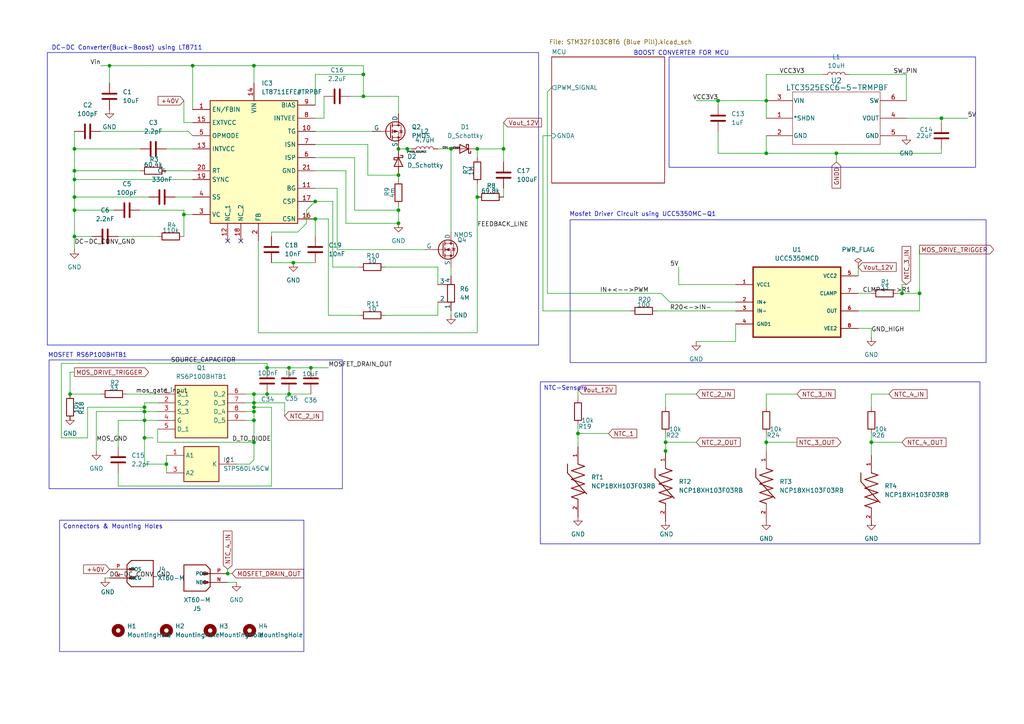
<source format=kicad_sch>
(kicad_sch (version 20231120) (generator "eeschema") (generator_version "8.0")
  (paper "A4")
  (title_block (title "High Power DC Load Control Unit") (date "2025-03-22") (rev "1"))
  (lib_symbols
    (symbol "2025-03-22_14-15-59:LTC3525ESC6-5-TRMPBF" (pin_names (offset 0.254))
      (property "Reference" "U2" (at 20.32 8.382 0))
      (property "Value" "LTC3525ESC6-5-TRMPBF" (at 20.574 6.35 0))
      (symbol "LTC3525ESC6-5-TRMPBF_0_1"
        (pin input line (at 0 -2.54 0) (length 7.62) (name "*SHDN") (number "1"))
        (pin power_in line (at 0 -7.62 0) (length 7.62) (name "GND") (number "2"))
        (pin input line (at 0 2.54 0) (length 7.62) (name "VIN") (number "3"))
        (pin output line (at 40.64 -2.54 180) (length 7.62) (name "VOUT") (number "4"))
        (pin power_in line (at 40.64 -7.62 180) (length 7.62) (name "GND") (number "5"))
      )
      (symbol "LTC3525ESC6-5-TRMPBF_1_1"
        (pin output line (at 40.64 2.54 180) (length 7.62) (name "SW") (number "6"))
      )
    )
    (symbol "Device:C" (pin_numbers hide) (pin_names (offset 0.254))
      (property "Reference" "C" (at 0.635 2.54 0))
      (property "Value" "C" (at 0.635 -2.54 0))
      (symbol "C_1_1"
        (pin passive line (at 0 3.81 270) (length 2.794) (name "~") (number "1"))
        (pin passive line (at 0 -3.81 90) (length 2.794) (name "~") (number "2"))
      )
    )
    (symbol "Device:D_Schottky" (pin_numbers hide) (pin_names (offset 1.016) hide)
      (property "Reference" "D" (at 0 2.54 0))
      (property "Value" "D_Schottky" (at 0 -2.54 0))
      (symbol "D_Schottky_1_1"
        (pin passive line (at -3.81 0 0) (length 2.54) (name "K") (number "1"))
        (pin passive line (at 3.81 0 180) (length 2.54) (name "A") (number "2"))
      )
    )
    (symbol "Device:L" (pin_numbers hide) (pin_names (offset 1.016) hide)
      (property "Reference" "L" (at -1.27 0 90))
      (property "Value" "L" (at 1.905 0 90))
      (symbol "L_1_1"
        (pin passive line (at 0 3.81 270) (length 1.27) (name "1") (number "1"))
        (pin passive line (at 0 -3.81 90) (length 1.27) (name "2") (number "2"))
      )
    )
    (symbol "Device:R" (pin_numbers hide) (pin_names (offset 0))
      (property "Reference" "R" (at 2.032 0 90))
      (property "Value" "R" (at 0 0 90))
      (symbol "R_1_1"
        (pin passive line (at 0 3.81 270) (length 1.27) (name "~") (number "1"))
        (pin passive line (at 0 -3.81 90) (length 1.27) (name "~") (number "2"))
      )
    )
    (symbol "Device:R_Shunt" (pin_numbers hide) (pin_names (offset 0))
      (property "Reference" "R" (at -4.445 0 90))
      (property "Value" "R_Shunt" (at -2.54 0 90))
      (symbol "R_Shunt_1_1"
        (pin passive line (at 0 5.08 270) (length 2.54) (name "1") (number "1"))
        (pin passive line (at 3.81 2.54 180) (length 2.54) (name "2") (number "2"))
        (pin passive line (at 3.81 -2.54 180) (length 2.54) (name "3") (number "3"))
        (pin passive line (at 0 -5.08 90) (length 2.54) (name "4") (number "4"))
      )
    )
    (symbol "LT8711EFE#TRPBF:LT8711EFE#TRPBF"
      (property "Reference" "IC" (at 31.75 7.62 0))
      (property "Value" "LT8711EFE#TRPBF" (at 31.75 5.08 0))
      (symbol "LT8711EFE#TRPBF_1_1"
        (pin passive line (at 0 0 0) (length 5.08) (name "EN/FBIN") (number "1"))
        (pin passive line (at 35.56 -6.35 180) (length 5.08) (name "TG") (number "10"))
        (pin passive line (at 35.56 -22.86 180) (length 5.08) (name "BG") (number "11"))
        (pin passive line (at 10.16 -38.1 90) (length 5.08) (name "NC_1") (number "12"))
        (pin passive line (at 0 -11.43 0) (length 5.08) (name "INTVCC") (number "13"))
        (pin passive line (at 17.78 7.62 270) (length 5.08) (name "VIN") (number "14"))
        (pin passive line (at 0 -3.81 0) (length 5.08) (name "EXTVCC") (number "15"))
        (pin passive line (at 35.56 -31.75 180) (length 5.08) (name "CSN") (number "16"))
        (pin passive line (at 35.56 -26.67 180) (length 5.08) (name "CSP") (number "17"))
        (pin passive line (at 13.97 -38.1 90) (length 5.08) (name "NC_2") (number "18"))
        (pin passive line (at 0 -20.32 0) (length 5.08) (name "SYNC") (number "19"))
        (pin passive line (at 19.05 -38.1 90) (length 5.08) (name "FB") (number "2"))
        (pin passive line (at 0 -17.78 0) (length 5.08) (name "RT") (number "20"))
        (pin passive line (at 35.56 -17.78 180) (length 5.08) (name "GND") (number "21"))
        (pin passive line (at 0 -30.48 0) (length 5.08) (name "VC") (number "3"))
        (pin passive line (at 0 -25.4 0) (length 5.08) (name "SS") (number "4"))
        (pin passive line (at 0 -7.62 0) (length 5.08) (name "OPMODE") (number "5"))
        (pin passive line (at 35.56 -13.97 180) (length 5.08) (name "ISP") (number "6"))
        (pin passive line (at 35.56 -10.16 180) (length 5.08) (name "ISN") (number "7"))
        (pin passive line (at 35.56 -2.54 180) (length 5.08) (name "INTVEE") (number "8"))
        (pin passive line (at 35.56 1.27 180) (length 5.08) (name "BIAS") (number "9"))
      )
    )
    (symbol "Mechanical:MountingHole" (pin_names (offset 1.016)) (exclude_from_sim yes) (in_bom no)
      (property "Reference" "H" (at 0 5.08 0))
      (property "Value" "MountingHole" (at 0 3.175 0))
    )
    (symbol "NCP18XH103F03RB:NCP18XH103F03RB" (pin_names (offset 1.016))
      (property "Reference" "RT" (at -7.6244 3.5575 0))
      (property "Value" "NCP18XH103F03RB" (at -7.63 -6.1026 0))
      (symbol "NCP18XH103F03RB_0_0"
        (pin passive line (at -10.16 0 0) (length 5.08) (name "~") (number "1"))
        (pin passive line (at 10.16 0 180) (length 5.08) (name "~") (number "2"))
      )
    )
    (symbol "RS6P100BHTB1:RS6P100BHTB1"
      (property "Reference" "Q" (at 21.59 7.62 0))
      (property "Value" "RS6P100BHTB1" (at 21.59 5.08 0))
      (symbol "RS6P100BHTB1_1_1"
        (pin passive line (at 0 0 0) (length 5.08) (name "S_1") (number "1"))
        (pin passive line (at 0 -2.54 0) (length 5.08) (name "S_2") (number "2"))
        (pin passive line (at 0 -5.08 0) (length 5.08) (name "S_3") (number "3"))
        (pin passive line (at 0 -7.62 0) (length 5.08) (name "G") (number "4"))
        (pin passive line (at 0 -10.16 0) (length 5.08) (name "D_1") (number "5"))
        (pin passive line (at 25.4 0 180) (length 5.08) (name "D_2") (number "6"))
        (pin passive line (at 25.4 -2.54 180) (length 5.08) (name "D_3") (number "7"))
        (pin passive line (at 25.4 -5.08 180) (length 5.08) (name "D_4") (number "8"))
        (pin passive line (at 25.4 -7.62 180) (length 5.08) (name "D_5") (number "9"))
      )
    )
    (symbol "STPS60L45CW:STPS60L45CW"
      (property "Reference" "IC1" (at 16.51 -1.2699 0))
      (property "Value" "STPS60L45CW" (at 16.51 -3.8099 0))
      (symbol "STPS60L45CW_1_1"
        (pin passive line (at 0 0 0) (length 5.08) (name "A1") (number "1"))
        (pin passive line (at 20.32 -2.54 180) (length 5.08) (name "K") (number "2"))
        (pin passive line (at 0 -5.08 0) (length 5.08) (name "A2") (number "3"))
      )
    )
    (symbol "Simulation_SPICE:NMOS" (pin_numbers hide) (pin_names (offset 0))
      (property "Reference" "Q" (at 5.08 1.27 0))
      (property "Value" "NMOS" (at 5.08 -1.27 0))
      (symbol "NMOS_1_1"
        (pin passive line (at 2.54 5.08 270) (length 2.54) (name "D") (number "1"))
        (pin input line (at -5.08 0 0) (length 2.54) (name "G") (number "2"))
        (pin passive line (at 2.54 -5.08 90) (length 2.54) (name "S") (number "3"))
      )
    )
    (symbol "Simulation_SPICE:PMOS" (pin_numbers hide) (pin_names (offset 0))
      (property "Reference" "Q" (at 5.08 1.27 0))
      (property "Value" "PMOS" (at 5.08 -1.27 0))
      (symbol "PMOS_1_1"
        (pin passive line (at 2.54 5.08 270) (length 2.54) (name "D") (number "1"))
        (pin input line (at -5.08 0 0) (length 2.54) (name "G") (number "2"))
        (pin passive line (at 2.54 -5.08 90) (length 2.54) (name "S") (number "3"))
      )
    )
    (symbol "UCC5350MCD:UCC5350MCD" (pin_names (offset 1.016))
      (property "Reference" "U1" (at 0 15.24 0))
      (property "Value" "UCC5350MCD" (at 0 12.7 0))
      (symbol "UCC5350MCD_0_0"
        (pin input line (at -17.78 5.08 0) (length 5.08) (name "VCC1") (number "1"))
        (pin input line (at -17.78 0 0) (length 5.08) (name "IN+") (number "2"))
        (pin input line (at -17.78 -2.54 0) (length 5.08) (name "IN-") (number "3"))
        (pin input line (at -17.78 -6.35 0) (length 5.08) (name "GND1") (number "4"))
        (pin power_in line (at 17.78 7.62 180) (length 5.08) (name "VCC2") (number "5"))
        (pin output line (at 17.78 -2.54 180) (length 5.08) (name "OUT") (number "6"))
        (pin output line (at 17.78 2.54 180) (length 5.08) (name "CLAMP") (number "7"))
      )
      (symbol "UCC5350MCD_1_0"
        (pin passive line (at 17.78 -7.62 180) (length 5.08) (name "VEE2") (number "8"))
      )
    )
    (symbol "XT60-M:XT60-M" (pin_names (offset 1.016))
      (property "Reference" "J" (at 0 6.35 0))
      (property "Value" "XT60-M" (at 0 -5.08 0))
      (symbol "XT60-M_0_0"
        (pin passive line (at -5.08 0 0) (length 5.08) (name "NEG") (number "N"))
        (pin passive line (at -5.08 2.54 0) (length 5.08) (name "POS") (number "P"))
      )
    )
    (symbol "power:GND" (power) (pin_numbers hide) (pin_names (offset 0) hide)
      (property "Value" "GND" (at 0 -3.81 0))
      (symbol "GND_1_1"
        (pin power_in line (at 0 0 270) (length 0) (name "~") (number "1"))
      )
    )
    (symbol "power:PWR_FLAG" (power) (pin_numbers hide) (pin_names (offset 0) hide)
      (property "Value" "PWR_FLAG" (at 0 3.81 0))
      (symbol "PWR_FLAG_0_0"
        (pin power_out line (at 0 0 90) (length 0) (name "~") (number "1"))
      )
    )
  )
  (junction (at 138.43 43.18))
  (junction (at 83.82 114.3))
  (junction (at 130.81 43.18))
  (junction (at 115.57 64.77))
  (junction (at 20.32 114.3))
  (junction (at 115.57 43.18))
  (junction (at 21.59 52.07))
  (junction (at 138.43 57.15))
  (junction (at 222.25 128.27))
  (junction (at 55.88 19.05))
  (junction (at 73.66 119.38))
  (junction (at 252.73 128.27))
  (junction (at 273.05 34.29))
  (junction (at 222.25 29.21))
  (junction (at 91.44 63.5))
  (junction (at 118.11 43.18))
  (junction (at 83.82 106.68))
  (junction (at 115.57 60.96))
  (junction (at 21.59 68.58))
  (junction (at 21.59 49.53))
  (junction (at 21.59 43.18))
  (junction (at 73.66 128.27))
  (junction (at 105.41 21.59))
  (junction (at 242.57 44.45))
  (junction (at 41.91 121.92))
  (junction (at 73.66 19.05))
  (junction (at 77.47 114.3))
  (junction (at 266.7 85.09))
  (junction (at 77.47 106.68))
  (junction (at 48.26 134.62))
  (junction (at 208.28 29.21))
  (junction (at 261.62 85.09))
  (junction (at 21.59 57.15))
  (junction (at 105.41 27.94))
  (junction (at 193.04 130.81))
  (junction (at 31.75 19.05))
  (junction (at 222.25 44.45))
  (junction (at 85.09 76.2))
  (junction (at 91.44 58.42))
  (junction (at 73.66 118.11))
  (junction (at 193.04 128.27))
  (junction (at 41.91 118.11))
  (junction (at 66.04 166.37))
  (junction (at 53.34 62.23))
  (junction (at 90.17 106.68))
  (junction (at 167.64 125.73))
  (junction (at 146.05 43.18))
  (junction (at 41.91 127))
  (junction (at 21.59 60.96))
  (junction (at 73.66 121.92))
  (junction (at 73.66 116.84))
  (junction (at 115.57 50.8))
  (junction (at 41.91 119.38))
  (junction (at 73.66 114.3))
  (no_connect (at 69.85 69.85))
  (no_connect (at 66.04 69.85))
  (wire (pts (xy 21.59 60.96) (xy 21.59 68.58)))
  (wire (pts (xy 266.7 72.39) (xy 266.7 85.09)))
  (wire (pts (xy 222.25 21.59) (xy 222.25 29.21)))
  (wire (pts (xy 83.82 106.68) (xy 90.17 106.68)))
  (wire (pts (xy 48.26 49.53) (xy 55.88 49.53)))
  (wire (pts (xy 252.73 128.27) (xy 261.62 128.27)))
  (wire (pts (xy 73.66 118.11) (xy 78.74 118.11)))
  (wire (pts (xy 208.28 29.21) (xy 222.25 29.21)))
  (wire (pts (xy 91.44 41.91) (xy 106.68 41.91)))
  (wire (pts (xy 106.68 41.91) (xy 106.68 50.8)))
  (wire (pts (xy 130.81 80.01) (xy 130.81 77.47)))
  (wire (pts (xy 248.92 77.47) (xy 248.92 80.01)))
  (wire (pts (xy 91.44 49.53) (xy 100.33 49.53)))
  (wire (pts (xy 91.44 54.61) (xy 97.79 54.61)))
  (wire (pts (xy 31.75 19.05) (xy 31.75 24.13)))
  (wire (pts (xy 101.6 27.94) (xy 105.41 27.94)))
  (wire (pts (xy 21.59 68.58) (xy 26.67 68.58)))
  (wire (pts (xy 222.25 114.3) (xy 222.25 118.11)))
  (wire (pts (xy 21.59 68.58) (xy 21.59 72.39)))
  (wire (pts (xy 55.88 19.05) (xy 73.66 19.05)))
  (wire (pts (xy 102.87 45.72) (xy 102.87 60.96)))
  (wire (pts (xy 222.25 44.45) (xy 222.25 39.37)))
  (wire (pts (xy 242.57 44.45) (xy 273.05 44.45)))
  (wire (pts (xy 41.91 127) (xy 41.91 121.92)))
  (wire (pts (xy 91.44 63.5) (xy 95.25 63.5)))
  (wire (pts (xy 73.66 19.05) (xy 73.66 24.13)))
  (wire (pts (xy 31.75 19.05) (xy 55.88 19.05)))
  (wire (pts (xy 77.47 105.41) (xy 77.47 106.68)))
  (wire (pts (xy 193.04 125.73) (xy 193.04 128.27)))
  (wire (pts (xy 252.73 151.13) (xy 252.73 152.4)))
  (wire (pts (xy 191.77 85.09) (xy 194.31 87.63)))
  (wire (pts (xy 111.76 91.44) (xy 127 91.44)))
  (wire (pts (xy 21.59 43.18) (xy 40.64 43.18)))
  (wire (pts (xy 222.25 29.21) (xy 222.25 34.29)))
  (wire (pts (xy 53.34 60.96) (xy 53.34 62.23)))
  (wire (pts (xy 21.59 49.53) (xy 21.59 52.07)))
  (wire (pts (xy 29.21 19.05) (xy 31.75 19.05)))
  (wire (pts (xy 91.44 63.5) (xy 91.44 68.58)))
  (wire (pts (xy 119.38 43.18) (xy 118.11 43.18)))
  (wire (pts (xy 130.81 90.17) (xy 130.81 91.44)))
  (wire (pts (xy 167.64 113.03) (xy 167.64 115.57)))
  (wire (pts (xy 86.36 67.31) (xy 88.9 64.77)))
  (wire (pts (xy 41.91 121.92) (xy 45.72 121.92)))
  (wire (pts (xy 252.73 114.3) (xy 252.73 118.11)))
  (wire (pts (xy 66.04 165.1) (xy 66.04 166.37)))
  (wire (pts (xy 105.41 21.59) (xy 105.41 27.94)))
  (wire (pts (xy 102.87 60.96) (xy 115.57 60.96)))
  (wire (pts (xy 78.74 76.2) (xy 85.09 76.2)))
  (wire (pts (xy 201.93 114.3) (xy 193.04 114.3)))
  (wire (pts (xy 78.74 118.11) (xy 78.74 140.97)))
  (wire (pts (xy 213.36 99.06) (xy 201.93 99.06)))
  (wire (pts (xy 45.72 128.27) (xy 73.66 128.27)))
  (wire (pts (xy 158.75 26.67) (xy 158.75 85.09)))
  (wire (pts (xy 118.11 43.18) (xy 115.57 43.18)))
  (wire (pts (xy 261.62 82.55) (xy 261.62 85.09)))
  (wire (pts (xy 41.91 121.92) (xy 41.91 119.38)))
  (wire (pts (xy 262.89 34.29) (xy 273.05 34.29)))
  (wire (pts (xy 115.57 27.94) (xy 115.57 33.02)))
  (wire (pts (xy 193.04 128.27) (xy 201.93 128.27)))
  (wire (pts (xy 106.68 50.8) (xy 115.57 50.8)))
  (wire (pts (xy 127 43.18) (xy 130.81 43.18)))
  (wire (pts (xy 53.34 62.23) (xy 55.88 62.23)))
  (wire (pts (xy 41.91 119.38) (xy 41.91 118.11)))
  (wire (pts (xy 222.25 125.73) (xy 222.25 128.27)))
  (wire (pts (xy 91.44 34.29) (xy 93.98 34.29)))
  (wire (pts (xy 208.28 29.21) (xy 201.93 29.21)))
  (wire (pts (xy 146.05 54.61) (xy 146.05 57.15)))
  (wire (pts (xy 44.45 127) (xy 41.91 127)))
  (wire (pts (xy 138.43 53.34) (xy 138.43 57.15)))
  (wire (pts (xy 53.34 35.56) (xy 55.88 35.56)))
  (wire (pts (xy 190.5 90.17) (xy 213.36 90.17)))
  (wire (pts (xy 91.44 21.59) (xy 105.41 21.59)))
  (wire (pts (xy 91.44 38.1) (xy 107.95 38.1)))
  (wire (pts (xy 21.59 49.53) (xy 40.64 49.53)))
  (wire (pts (xy 41.91 119.38) (xy 45.72 119.38)))
  (wire (pts (xy 27.94 119.38) (xy 41.91 119.38)))
  (wire (pts (xy 193.04 130.81) (xy 193.04 134.62)))
  (wire (pts (xy 262.89 21.59) (xy 262.89 29.21)))
  (wire (pts (xy 73.66 114.3) (xy 77.47 114.3)))
  (wire (pts (xy 111.76 77.47) (xy 127 77.47)))
  (wire (pts (xy 96.52 77.47) (xy 104.14 77.47)))
  (wire (pts (xy 261.62 85.09) (xy 266.7 85.09)))
  (wire (pts (xy 95.25 63.5) (xy 95.25 91.44)))
  (wire (pts (xy 34.29 68.58) (xy 45.72 68.58)))
  (wire (pts (xy 193.04 128.27) (xy 193.04 130.81)))
  (wire (pts (xy 21.59 57.15) (xy 43.18 57.15)))
  (wire (pts (xy 158.75 26.67) (xy 160.02 25.4)))
  (wire (pts (xy 208.28 38.1) (xy 208.28 44.45)))
  (wire (pts (xy 95.25 91.44) (xy 104.14 91.44)))
  (wire (pts (xy 257.81 114.3) (xy 252.73 114.3)))
  (wire (pts (xy 167.64 125.73) (xy 176.53 125.73)))
  (wire (pts (xy 208.28 29.21) (xy 208.28 30.48)))
  (wire (pts (xy 100.33 64.77) (xy 115.57 64.77)))
  (wire (pts (xy 127 87.63) (xy 127 91.44)))
  (wire (pts (xy 17.78 127) (xy 25.4 127)))
  (wire (pts (xy 21.59 60.96) (xy 33.02 60.96)))
  (wire (pts (xy 252.73 128.27) (xy 252.73 132.08)))
  (wire (pts (xy 77.47 114.3) (xy 83.82 114.3)))
  (wire (pts (xy 85.09 76.2) (xy 91.44 76.2)))
  (wire (pts (xy 146.05 43.18) (xy 146.05 46.99)))
  (wire (pts (xy 34.29 137.16) (xy 34.29 140.97)))
  (wire (pts (xy 25.4 118.11) (xy 25.4 127)))
  (wire (pts (xy 53.34 62.23) (xy 53.34 68.58)))
  (wire (pts (xy 48.26 134.62) (xy 48.26 137.16)))
  (wire (pts (xy 97.79 54.61) (xy 97.79 72.39)))
  (wire (pts (xy 73.66 128.27) (xy 73.66 121.92)))
  (wire (pts (xy 41.91 127) (xy 41.91 134.62)))
  (wire (pts (xy 83.82 114.3) (xy 90.17 114.3)))
  (wire (pts (xy 91.44 45.72) (xy 102.87 45.72)))
  (wire (pts (xy 71.12 116.84) (xy 73.66 116.84)))
  (wire (pts (xy 73.66 118.11) (xy 73.66 119.38)))
  (wire (pts (xy 82.55 116.84) (xy 73.66 116.84)))
  (wire (pts (xy 146.05 35.56) (xy 146.05 43.18)))
  (wire (pts (xy 21.59 38.1) (xy 21.59 43.18)))
  (wire (pts (xy 91.44 58.42) (xy 96.52 58.42)))
  (wire (pts (xy 242.57 46.99) (xy 242.57 44.45)))
  (wire (pts (xy 260.35 85.09) (xy 261.62 85.09)))
  (wire (pts (xy 248.92 85.09) (xy 252.73 85.09)))
  (wire (pts (xy 41.91 118.11) (xy 41.91 116.84)))
  (wire (pts (xy 158.75 85.09) (xy 191.77 85.09)))
  (wire (pts (xy 196.85 77.47) (xy 196.85 82.55)))
  (wire (pts (xy 36.83 114.3) (xy 45.72 114.3)))
  (wire (pts (xy 21.59 107.95) (xy 20.32 107.95)))
  (wire (pts (xy 115.57 52.07) (xy 115.57 50.8)))
  (wire (pts (xy 138.43 43.18) (xy 146.05 43.18)))
  (wire (pts (xy 68.58 134.62) (xy 72.39 134.62)))
  (wire (pts (xy 67.31 166.37) (xy 66.04 166.37)))
  (wire (pts (xy 21.59 52.07) (xy 21.59 57.15)))
  (wire (pts (xy 252.73 95.25) (xy 252.73 97.79)))
  (wire (pts (xy 45.72 124.46) (xy 45.72 128.27)))
  (wire (pts (xy 193.04 114.3) (xy 193.04 118.11)))
  (wire (pts (xy 208.28 44.45) (xy 222.25 44.45)))
  (wire (pts (xy 41.91 116.84) (xy 45.72 116.84)))
  (wire (pts (xy 93.98 27.94) (xy 93.98 34.29)))
  (wire (pts (xy 167.64 125.73) (xy 167.64 129.54)))
  (wire (pts (xy 97.79 72.39) (xy 123.19 72.39)))
  (wire (pts (xy 88.9 60.96) (xy 91.44 58.42)))
  (wire (pts (xy 54.61 38.1) (xy 55.88 39.37)))
  (wire (pts (xy 21.59 52.07) (xy 55.88 52.07)))
  (wire (pts (xy 118.11 44.45) (xy 118.11 43.18)))
  (wire (pts (xy 222.25 128.27) (xy 231.14 128.27)))
  (wire (pts (xy 78.74 67.31) (xy 86.36 67.31)))
  (wire (pts (xy 72.39 134.62) (xy 73.66 133.35)))
  (wire (pts (xy 248.92 95.25) (xy 252.73 95.25)))
  (wire (pts (xy 222.25 128.27) (xy 222.25 130.81)))
  (wire (pts (xy 48.26 43.18) (xy 55.88 43.18)))
  (wire (pts (xy 74.93 96.52) (xy 138.43 96.52)))
  (wire (pts (xy 73.66 19.05) (xy 105.41 19.05)))
  (wire (pts (xy 21.59 57.15) (xy 21.59 60.96)))
  (wire (pts (xy 115.57 27.94) (xy 105.41 27.94)))
  (wire (pts (xy 34.29 121.92) (xy 41.91 121.92)))
  (wire (pts (xy 53.34 29.21) (xy 53.34 35.56)))
  (wire (pts (xy 115.57 59.69) (xy 115.57 60.96)))
  (wire (pts (xy 20.32 107.95) (xy 20.32 114.3)))
  (wire (pts (xy 273.05 43.18) (xy 273.05 44.45)))
  (wire (pts (xy 31.75 167.64) (xy 30.48 167.64)))
  (wire (pts (xy 20.32 121.92) (xy 20.32 120.65)))
  (wire (pts (xy 87.63 63.5) (xy 91.44 63.5)))
  (wire (pts (xy 41.91 134.62) (xy 48.26 134.62)))
  (wire (pts (xy 252.73 125.73) (xy 252.73 128.27)))
  (wire (pts (xy 91.44 21.59) (xy 91.44 30.48)))
  (wire (pts (xy 73.66 114.3) (xy 73.66 116.84)))
  (wire (pts (xy 96.52 58.42) (xy 96.52 77.47)))
  (wire (pts (xy 71.12 119.38) (xy 73.66 119.38)))
  (wire (pts (xy 273.05 34.29) (xy 273.05 35.56)))
  (wire (pts (xy 17.78 105.41) (xy 77.47 105.41)))
  (wire (pts (xy 130.81 43.18) (xy 130.81 67.31)))
  (wire (pts (xy 71.12 121.92) (xy 73.66 121.92)))
  (wire (pts (xy 196.85 82.55) (xy 213.36 82.55)))
  (wire (pts (xy 25.4 118.11) (xy 41.91 118.11)))
  (wire (pts (xy 71.12 114.3) (xy 73.66 114.3)))
  (wire (pts (xy 78.74 67.31) (xy 78.74 68.58)))
  (wire (pts (xy 105.41 19.05) (xy 105.41 21.59)))
  (wire (pts (xy 127 77.47) (xy 127 82.55)))
  (wire (pts (xy 34.29 121.92) (xy 34.29 129.54)))
  (wire (pts (xy 157.48 39.37) (xy 157.48 90.17)))
  (wire (pts (xy 82.55 120.65) (xy 82.55 116.84)))
  (wire (pts (xy 34.29 140.97) (xy 78.74 140.97)))
  (wire (pts (xy 100.33 49.53) (xy 100.33 64.77)))
  (wire (pts (xy 29.21 38.1) (xy 54.61 38.1)))
  (wire (pts (xy 194.31 87.63) (xy 213.36 87.63)))
  (wire (pts (xy 266.7 85.09) (xy 266.7 90.17)))
  (wire (pts (xy 50.8 57.15) (xy 55.88 57.15)))
  (wire (pts (xy 88.9 64.77) (xy 88.9 60.96)))
  (wire (pts (xy 213.36 93.98) (xy 213.36 99.06)))
  (wire (pts (xy 167.64 123.19) (xy 167.64 125.73)))
  (wire (pts (xy 17.78 105.41) (xy 17.78 127)))
  (wire (pts (xy 222.25 21.59) (xy 238.76 21.59)))
  (wire (pts (xy 246.38 21.59) (xy 262.89 21.59)))
  (wire (pts (xy 222.25 44.45) (xy 242.57 44.45)))
  (wire (pts (xy 273.05 34.29) (xy 280.67 34.29)))
  (wire (pts (xy 55.88 19.05) (xy 55.88 31.75)))
  (wire (pts (xy 138.43 57.15) (xy 138.43 96.52)))
  (wire (pts (xy 115.57 64.77) (xy 115.57 60.96)))
  (wire (pts (xy 73.66 119.38) (xy 73.66 121.92)))
  (wire (pts (xy 231.14 114.3) (xy 222.25 114.3)))
  (wire (pts (xy 248.92 90.17) (xy 266.7 90.17)))
  (wire (pts (xy 27.94 119.38) (xy 27.94 130.81)))
  (wire (pts (xy 66.04 168.91) (xy 68.58 168.91)))
  (wire (pts (xy 73.66 116.84) (xy 73.66 118.11)))
  (wire (pts (xy 74.93 69.85) (xy 74.93 96.52)))
  (wire (pts (xy 262.89 82.55) (xy 261.62 82.55)))
  (wire (pts (xy 20.32 114.3) (xy 29.21 114.3)))
  (wire (pts (xy 90.17 106.68) (xy 95.25 106.68)))
  (wire (pts (xy 157.48 39.37) (xy 160.02 39.37)))
  (wire (pts (xy 21.59 43.18) (xy 21.59 49.53)))
  (wire (pts (xy 138.43 45.72) (xy 138.43 43.18)))
  (wire (pts (xy 77.47 106.68) (xy 83.82 106.68)))
  (wire (pts (xy 157.48 90.17) (xy 182.88 90.17)))
  (wire (pts (xy 48.26 132.08) (xy 48.26 134.62)))
  (wire (pts (xy 40.64 60.96) (xy 53.34 60.96)))
  (wire (pts (xy 73.66 133.35) (xy 73.66 128.27)))
  (rectangle (start 13.716 15.24) (end 156.21 100.076))
  (rectangle (start 14.224 104.394) (end 99.314 141.732))
  (rectangle (start 165.354 63.754) (end 286.004 105.156))
  (rectangle (start 194.056 16.51) (end 282.956 48.514))
  (text_box "Connectors & Mounting Holes\n\n" (at 88.138 150.876 0) (size -70.866 38.1) (effects (font (size 1.27 1.27)) (justify left top)))
  (text_box "NTC-Sensors\n" (at 156.718 110.744 0) (size 127.508 46.99) (effects (font (size 1.27 1.27)) (justify left top)))
  (text "MOSFET RS6P100BHTB1" (at 25.4 103.124 0) (effects (font (size 1.27 1.27))))
  (text "Mosfet Driver Circuit using UCC5350MC-Q1\n" (at 186.436 62.23 0) (effects (font (size 1.27 1.27))))
  (text "DC-DC Converter(Buck-Boost) using LT8711\n" (at 36.83 13.97 0) (effects (font (size 1.27 1.27))))
  (text "BOOST CONVERTER FOR MCU\n" (at 197.612 15.494 0) (effects (font (size 1.27 1.27))))
  (label "SOURCE_CAPACITOR" (at 49.53 105.41 0))
  (label "DC-DC_CONV_GND" (at 21.59 71.12 0))
  (label "GND_HIGH" (at 252.73 96.52 0))
  (label "IN+<-->PWM" (at 173.99 85.09 0))
  (label "Vin" (at 29.21 19.05 180))
  (label "MOS_GND" (at 27.94 128.27 0))
  (label "COIL->diode" (at 128.27 43.18 0) (effects (font (size 0.508 0.508))))
  (label "VCC3V3" (at 208.28 29.21 180))
  (label "PMOS_SOURCE" (at 118.11 44.45 0) (effects (font (size 0.508 0.508))))
  (label "FEEDBACK_LINE" (at 138.43 66.04 0))
  (label "DC-DC_CONV_GND" (at 31.75 167.64 0))
  (label "VCC3V3" (at 226.06 21.59 0))
  (label "D_TO_DIODE" (at 67.31 128.27 0))
  (label "SW_PIN" (at 259.08 21.59 0))
  (label "5V" (at 280.67 34.29 0))
  (label "5V" (at 196.85 77.47 180))
  (label "R20<->IN-" (at 194.31 90.17 0))
  (label "mos_gate_input" (at 39.37 114.3 0))
  (label "MOSFET_DRAIN_OUT" (at 95.25 106.68 0))
  (label "CLMP<-->R1" (at 250.19 85.09 0))
  (global_label "+40V" (shape input) (at 53.34 29.21 180) (property "Intersheetrefs" "${INTERSHEET_REFS}" (effects (hide yes))))
  (global_label "NTC_4_OUT" (shape input) (at 261.62 128.27 0) (property "Intersheetrefs" "${INTERSHEET_REFS}" (effects (hide yes))))
  (global_label "MOS_DRIVE_TRIGGER" (shape output) (at 266.7 72.39 0) (property "Intersheetrefs" "${INTERSHEET_REFS}" (effects (hide yes))))
  (global_label "NTC_4_IN" (shape input) (at 66.04 165.1 90) (property "Intersheetrefs" "${INTERSHEET_REFS}" (effects (hide yes))))
  (global_label "NTC_2_IN" (shape input) (at 82.55 120.65 0) (property "Intersheetrefs" "${INTERSHEET_REFS}" (effects (hide yes))))
  (global_label "NTC_4_IN" (shape input) (at 257.81 114.3 0) (property "Intersheetrefs" "${INTERSHEET_REFS}" (effects (hide yes))))
  (global_label "+40V" (shape input) (at 31.75 165.1 180) (property "Intersheetrefs" "${INTERSHEET_REFS}" (effects (hide yes))))
  (global_label "NTC_1" (shape input) (at 176.53 125.73 0) (property "Intersheetrefs" "${INTERSHEET_REFS}" (effects (hide yes))))
  (global_label "NTC_2_IN" (shape input) (at 201.93 114.3 0) (property "Intersheetrefs" "${INTERSHEET_REFS}" (effects (hide yes))))
  (global_label "Vout_12V" (shape input) (at 167.64 113.03 0) (property "Intersheetrefs" "${INTERSHEET_REFS}" (effects (hide yes))))
  (global_label "Vout_12V" (shape input) (at 248.92 77.47 0) (property "Intersheetrefs" "${INTERSHEET_REFS}" (effects (hide yes))))
  (global_label "Vout_12V" (shape input) (at 146.05 35.56 0) (property "Intersheetrefs" "${INTERSHEET_REFS}" (effects (hide yes))))
  (global_label "NTC_3_OUT" (shape output) (at 231.14 128.27 0) (property "Intersheetrefs" "${INTERSHEET_REFS}" (effects (hide yes))))
  (global_label "MOS_DRIVE_TRIGGER" (shape output) (at 21.59 107.95 0) (property "Intersheetrefs" "${INTERSHEET_REFS}" (effects (hide yes))))
  (global_label "NTC_3_IN" (shape input) (at 231.14 114.3 0) (property "Intersheetrefs" "${INTERSHEET_REFS}" (effects (hide yes))))
  (global_label "MOSFET_DRAIN_OUT" (shape input) (at 67.31 166.37 0) (property "Intersheetrefs" "${INTERSHEET_REFS}" (effects (hide yes))))
  (global_label "NTC_3_IN" (shape input) (at 262.89 82.55 90) (property "Intersheetrefs" "${INTERSHEET_REFS}" (effects (hide yes))))
  (global_label "GNDD" (shape input) (at 242.57 46.99 270) (property "Intersheetrefs" "${INTERSHEET_REFS}" (effects (hide yes))))
  (global_label "NTC_2_OUT" (shape input) (at 201.93 128.27 0) (property "Intersheetrefs" "${INTERSHEET_REFS}" (effects (hide yes))))
  (symbol (lib_id "Device:R") (at 115.57 55.88 180) (unit 1)
    (property "Reference" "R9" (at 112.268 55.626 90))
    (property "Value" "4m" (at 113.792 55.88 90))
    (property "Footprint" "Resistor_SMD:R_1206_3216Metric" (effects (hide yes)))
    (property "Description" "Resistor" (effects (hide yes)))
  )
  (symbol (lib_id "RS6P100BHTB1:RS6P100BHTB1") (at 45.72 114.3 0) (unit 1)
    (property "Reference" "Q1" (at 58.42 106.68 0))
    (property "Value" "RS6P100BHTB1" (at 58.42 109.22 0))
    (property "Footprint" "RS6G120BGTB1" (effects (hide yes)))
    (property "Datasheet" "https://fscdn.rohm.com/en/products/databook/datasheet/discrete/transistor/mosfet/rs6p100bhtb1-e.pdf" (effects (hide yes)))
    (property "Description" "MOSFET NCH 100V 100A  MOSFET" (effects (hide yes)))
    (property "Height" "1.1" (effects (hide yes)))
    (property "Mouser Part Number" "755-RS6P100BHTB1" (effects (hide yes)))
    (property "Mouser Price/Stock" "https://www.mouser.co.uk/ProductDetail/ROHM-Semiconductor/RS6P100BHTB1?qs=vvQtp7zwQdOTRftADpJUKA%3D%3D" (effects (hide yes)))
    (property "Manufacturer_Name" "ROHM Semiconductor" (effects (hide yes)))
    (property "Manufacturer_Part_Number" "RS6P100BHTB1" (effects (hide yes)))
  )
  (symbol (lib_id "Device:R") (at 107.95 91.44 90) (unit 1)
    (property "Reference" "R11" (at 108.204 88.138 90))
    (property "Value" "10" (at 107.95 89.662 90))
    (property "Footprint" "Resistor_SMD:R_1206_3216Metric" (effects (hide yes)))
    (property "Description" "Resistor" (effects (hide yes)))
  )
  (symbol (lib_id "XT60-M:XT60-M") (at 60.96 168.91 0) (mirror y) (unit 1)
    (property "Reference" "J5" (at 57.15 176.53 0))
    (property "Value" "XT60-M" (at 57.15 173.99 0))
    (property "Footprint" "XT60-M:AMASS_XT60-M" (effects (hide yes)))
    (property "MF" "AMASS" (effects (hide yes)))
    (property "MAXIMUM_PACKAGE_HEIGHT" "16.00 mm" (effects (hide yes)))
    (property "Package" "Package" (effects (hide yes)))
    (property "Price" "None" (effects (hide yes)))
    (property "Check_prices" "https://www.snapeda.com/parts/XT60-M/AMASS/view-part/?ref=eda" (effects (hide yes)))
    (property "STANDARD" "IPC 7351B" (effects (hide yes)))
    (property "PARTREV" "V1.2" (effects (hide yes)))
    (property "SnapEDA_Link" "https://www.snapeda.com/parts/XT60-M/AMASS/view-part/?ref=snap" (effects (hide yes)))
    (property "MP" "XT60-M" (effects (hide yes)))
    (property "Description_1" "\n                        \n                            Plug; DC supply; XT60; male; PIN: 2; for cable; soldered; 30A; 500V\n                        \n" (effects (hide yes)))
    (property "Availability" "Not in stock" (effects (hide yes)))
    (property "MANUFACTURER" "AMASS" (effects (hide yes)))
  )
  (symbol (lib_id "UCC5350MCD:UCC5350MCD") (at 231.14 87.63 0) (unit 1)
    (property "Reference" "U1" (at 231.14 72.39 0))
    (property "Value" "UCC5350MCD" (at 231.14 74.93 0))
    (property "Footprint" "UCC5350MCD:SOIC127P599X175-8N" (effects (hide yes)))
    (property "MF" "Texas Instruments" (effects (hide yes)))
    (property "Description_1" "\n                        \n                            3kVrms, 5A/5A single-channel isolated gate driver with miller clamp or split out & 8V or 12V UVLO\n                        \n" (effects (hide yes)))
    (property "Package" "SOIC-8 Texas Instruments" (effects (hide yes)))
    (property "Price" "None" (effects (hide yes)))
    (property "SnapEDA_Link" "https://www.snapeda.com/parts/UCC5350MCD/Texas+Instruments/view-part/?ref=snap" (effects (hide yes)))
    (property "MP" "UCC5350MCD" (effects (hide yes)))
    (property "Availability" "In Stock" (effects (hide yes)))
    (property "Check_prices" "https://www.snapeda.com/parts/UCC5350MCD/Texas+Instruments/view-part/?ref=eda" (effects (hide yes)))
  )
  (symbol (lib_id "Device:C") (at 97.79 27.94 90) (unit 1)
    (property "Reference" "C16" (at 97.79 20.32 90))
    (property "Value" "2.2uF" (at 97.79 22.86 90))
    (property "Footprint" "Capacitor_SMD:C_0603_1608Metric" (effects (hide yes)))
    (property "Description" "Unpolarized capacitor" (effects (hide yes)))
  )
  (symbol (lib_id "Device:C") (at 36.83 60.96 90) (unit 1)
    (property "Reference" "C5" (at 36.83 53.34 90))
    (property "Value" "100pF" (at 36.83 55.88 90))
    (property "Footprint" "Capacitor_SMD:C_0603_1608Metric" (effects (hide yes)))
    (property "Description" "Unpolarized capacitor" (effects (hide yes)))
  )
  (symbol (lib_id "Device:L") (at 123.19 43.18 90) (unit 1)
    (property "Reference" "L2" (at 123.19 38.1 90))
    (property "Value" "4.7uH" (at 123.19 40.64 90))
    (property "Footprint" "Inductor_SMD:L_1210_3225Metric" (effects (hide yes)))
    (property "Description" "Inductor" (effects (hide yes)))
  )
  (symbol (lib_id "power:GND") (at 201.93 99.06 0) (unit 1)
    (property "Reference" "#PWR02" (effects (hide yes)))
    (property "Value" "GND" (at 201.93 104.14 0))
    (property "Description" "Power symbol creates a global label with name \"GND\" , ground" (effects (hide yes)))
  )
  (symbol (lib_id "2025-03-22_14-15-59:LTC3525ESC6-5-TRMPBF") (at 222.25 31.75 0) (unit 1)
    (property "Reference" "U2" (at 242.57 23.368 0) (effects (font (size 1.524 1.524))))
    (property "Value" "LTC3525ESC6-5-TRMPBF" (at 242.824 25.4 0) (effects (font (size 1.524 1.524))))
    (property "Footprint" "LTC3525ESC6-5-TRMPBF:SC70-SC6_LIT-L" (effects (hide yes)))
    (property "Datasheet" "LTC3525ESC6-5-TRMPBF" (effects (hide yes)))
  )
  (symbol (lib_id "Device:R") (at 186.69 90.17 90) (unit 1)
    (property "Reference" "R20" (at 186.944 86.868 90))
    (property "Value" "100" (at 186.69 88.392 90))
    (property "Footprint" "Resistor_SMD:R_1206_3216Metric" (effects (hide yes)))
    (property "Description" "Resistor" (effects (hide yes)))
  )
  (symbol (lib_id "Device:R") (at 193.04 121.92 0) (unit 1)
    (property "Reference" "R22" (at 195.072 126.238 0))
    (property "Value" "10k" (at 195.834 124.46 0))
    (property "Footprint" "Resistor_SMD:R_1206_3216Metric" (effects (hide yes)))
    (property "Description" "Resistor" (effects (hide yes)))
  )
  (symbol (lib_id "Device:C") (at 208.28 34.29 180) (unit 1)
    (property "Reference" "C13" (at 212.09 33.0199 0) (effects (justify right)))
    (property "Value" "1uF" (at 212.09 35.5599 0) (effects (justify right)))
    (property "Footprint" "Capacitor_SMD:C_0805_2012Metric" (effects (hide yes)))
    (property "Description" "Unpolarized capacitor" (effects (hide yes)))
  )
  (symbol (lib_id "Device:C") (at 44.45 43.18 90) (unit 1)
    (property "Reference" "C3" (at 44.45 35.56 90))
    (property "Value" "2.2pF" (at 44.45 38.1 90))
    (property "Footprint" "Capacitor_SMD:C_0603_1608Metric" (effects (hide yes)))
    (property "Description" "Unpolarized capacitor" (effects (hide yes)))
  )
  (symbol (lib_id "LT8711EFE#TRPBF:LT8711EFE#TRPBF") (at 55.88 31.75 0) (unit 1)
    (property "Reference" "IC3" (at 75.8541 24.13 0) (effects (justify left)))
    (property "Value" "LT8711EFE#TRPBF" (at 75.8541 26.67 0) (effects (justify left)))
    (property "Footprint" "SOP65P640X120-21N" (effects (hide yes)))
    (property "Datasheet" "https://www.analog.com/LT8711/datasheet" (effects (hide yes)))
    (property "Description" "Micropower Synchronous Multitopology Controller with 42V Input Capability" (effects (hide yes)))
    (property "Height" "1.2" (effects (hide yes)))
    (property "Mouser Part Number" "584-LT8711EFETRPBF" (effects (hide yes)))
    (property "Mouser Price/Stock" "https://www.mouser.co.uk/ProductDetail/Analog-Devices/LT8711EFETRPBF?qs=YCa%2FAAYMW03ypo7nngD4zA%3D%3D" (effects (hide yes)))
    (property "Manufacturer_Name" "Analog Devices" (effects (hide yes)))
    (property "Manufacturer_Part_Number" "LT8711EFE#TRPBF" (effects (hide yes)))
  )
  (symbol (lib_id "Device:R") (at 256.54 85.09 90) (unit 1)
    (property "Reference" "R1" (at 256.794 81.788 90))
    (property "Value" "33" (at 256.54 83.312 90))
    (property "Footprint" "Resistor_SMD:R_1206_3216Metric" (effects (hide yes)))
    (property "Description" "Resistor" (effects (hide yes)))
  )
  (symbol (lib_id "Device:R") (at 252.73 121.92 0) (unit 1)
    (property "Reference" "R26" (at 254.762 126.238 0))
    (property "Value" "10k" (at 255.524 124.46 0))
    (property "Footprint" "Resistor_SMD:R_1206_3216Metric" (effects (hide yes)))
    (property "Description" "Resistor" (effects (hide yes)))
  )
  (symbol (lib_id "Device:C") (at 30.48 68.58 90) (unit 1)
    (property "Reference" "C6" (at 30.48 60.96 90))
    (property "Value" "2.2nF" (at 30.48 63.5 90))
    (property "Footprint" "Capacitor_SMD:C_0603_1608Metric" (effects (hide yes)))
    (property "Description" "Unpolarized capacitor" (effects (hide yes)))
  )
  (symbol (lib_id "Device:R") (at 44.45 49.53 90) (unit 1)
    (property "Reference" "R3" (at 44.704 46.228 90))
    (property "Value" "60.4k" (at 44.45 47.752 90))
    (property "Footprint" "Resistor_SMD:R_1206_3216Metric" (effects (hide yes)))
    (property "Description" "Resistor" (effects (hide yes)))
  )
  (symbol (lib_id "Device:R") (at 138.43 49.53 180) (unit 1)
    (property "Reference" "R7" (at 135.128 49.276 90))
    (property "Value" "1M" (at 136.652 49.53 90))
    (property "Footprint" "Resistor_SMD:R_1206_3216Metric" (effects (hide yes)))
    (property "Description" "Resistor" (effects (hide yes)))
  )
  (symbol (lib_id "Device:R") (at 33.02 114.3 90) (unit 1)
    (property "Reference" "R2" (at 33.274 110.998 90))
    (property "Value" "33" (at 33.02 112.522 90))
    (property "Footprint" "Resistor_SMD:R_1206_3216Metric" (effects (hide yes)))
    (property "Description" "Resistor" (effects (hide yes)))
  )
  (symbol (lib_id "power:GND") (at 31.75 31.75 0) (unit 1)
    (property "Reference" "#PWR05" (effects (hide yes)))
    (property "Value" "GND" (at 31.75 36.83 0))
    (property "Description" "Power symbol creates a global label with name \"GND\" , ground" (effects (hide yes)))
  )
  (symbol (lib_id "power:GND") (at 262.89 39.37 0) (unit 1)
    (property "Reference" "#PWR06" (effects (hide yes)))
    (property "Value" "GND" (at 262.89 44.45 0))
    (property "Description" "Power symbol creates a global label with name \"GND\" , ground" (effects (hide yes)))
  )
  (symbol (lib_id "power:GND") (at 167.64 149.86 0) (unit 1)
    (property "Reference" "#PWR030" (effects (hide yes)))
    (property "Value" "GND" (at 167.64 154.94 0))
    (property "Description" "Power symbol creates a global label with name \"GND\" , ground" (effects (hide yes)))
  )
  (symbol (lib_id "NCP18XH103F03RB:NCP18XH103F03RB") (at 193.04 140.97 270) (unit 1)
    (property "Reference" "RT2" (at 196.85 139.6999 90) (effects (justify left)))
    (property "Value" "NCP18XH103F03RB" (at 196.85 142.2399 90) (effects (justify left)))
    (property "Footprint" "NCP18XH103F03RB:THRMC1608X95N" (effects (hide yes)))
    (property "DigiKey_Part_Number" "490-4800-2-ND" (effects (hide yes)))
    (property "SnapEDA_Link" "https://www.snapeda.com/parts/NCP18XH103F03RB/Murata/view-part/?ref=snap" (effects (hide yes)))
    (property "Description_1" "\n                        \n                            NTC Thermistor 10k 0603 (1608 Metric)\n                        \n" (effects (hide yes)))
    (property "MF" "Murata" (effects (hide yes)))
    (property "Package" "1608 Murata" (effects (hide yes)))
    (property "Check_prices" "https://www.snapeda.com/parts/NCP18XH103F03RB/Murata/view-part/?ref=eda" (effects (hide yes)))
    (property "MP" "NCP18XH103F03RB" (effects (hide yes)))
  )
  (symbol (lib_id "Device:C") (at 34.29 133.35 180) (unit 1)
    (property "Reference" "C15" (at 38.1 132.0799 0) (effects (justify right)))
    (property "Value" "2.2pF" (at 38.1 134.6199 0) (effects (justify right)))
    (property "Footprint" "Capacitor_SMD:C_0603_1608Metric" (effects (hide yes)))
    (property "Description" "Unpolarized capacitor" (effects (hide yes)))
  )
  (symbol (lib_id "Mechanical:MountingHole") (at 60.96 182.88 0) (unit 1) (exclude_from_sim yes) (in_bom no)
    (property "Reference" "H3" (at 63.5 181.6099 0) (effects (justify left)))
    (property "Value" "MountingHole" (at 63.5 184.1499 0) (effects (justify left)))
    (property "Footprint" "MountingHole:MountingHole_5.3mm_M5" (effects (hide yes)))
    (property "Description" "Mounting Hole without connection" (effects (hide yes)))
  )
  (symbol (lib_id "power:GND") (at 193.04 151.13 0) (unit 1)
    (property "Reference" "#PWR025" (effects (hide yes)))
    (property "Value" "GND" (at 193.294 154.94 0))
    (property "Description" "Power symbol creates a global label with name \"GND\" , ground" (effects (hide yes)))
  )
  (symbol (lib_id "power:PWR_FLAG") (at 248.92 77.47 0) (unit 1)
    (property "Reference" "#FLG01" (effects (hide yes)))
    (property "Value" "PWR_FLAG" (at 248.92 72.39 0))
    (property "Description" "Special symbol for telling ERC where power comes from" (effects (hide yes)))
  )
  (symbol (lib_id "power:GND") (at 115.57 64.77 0) (unit 1)
    (property "Reference" "#PWR07" (effects (hide yes)))
    (property "Value" "GND" (at 115.57 69.85 0))
    (property "Description" "Power symbol creates a global label with name \"GND\" , ground" (effects (hide yes)))
  )
  (symbol (lib_id "Device:C") (at 77.47 110.49 180) (unit 1)
    (property "Reference" "C34" (at 75.692 115.824 0) (effects (justify right)))
    (property "Value" "100nF" (at 74.676 108.204 0) (effects (justify right)))
    (property "Footprint" "Capacitor_SMD:C_0603_1608Metric" (effects (hide yes)))
    (property "Description" "Unpolarized capacitor" (effects (hide yes)))
  )
  (symbol (lib_id "XT60-M:XT60-M") (at 36.83 167.64 0) (unit 1)
    (property "Reference" "J4" (at 45.72 165.0999 0) (effects (justify left)))
    (property "Value" "XT60-M" (at 45.72 167.6399 0) (effects (justify left)))
    (property "Footprint" "XT60-M:AMASS_XT60-M" (effects (hide yes)))
    (property "MF" "AMASS" (effects (hide yes)))
    (property "MAXIMUM_PACKAGE_HEIGHT" "16.00 mm" (effects (hide yes)))
    (property "Package" "Package" (effects (hide yes)))
    (property "Price" "None" (effects (hide yes)))
    (property "Check_prices" "https://www.snapeda.com/parts/XT60-M/AMASS/view-part/?ref=eda" (effects (hide yes)))
    (property "STANDARD" "IPC 7351B" (effects (hide yes)))
    (property "PARTREV" "V1.2" (effects (hide yes)))
    (property "SnapEDA_Link" "https://www.snapeda.com/parts/XT60-M/AMASS/view-part/?ref=snap" (effects (hide yes)))
    (property "MP" "XT60-M" (effects (hide yes)))
    (property "Description_1" "\n                        \n                            Plug; DC supply; XT60; male; PIN: 2; for cable; soldered; 30A; 500V\n                        \n" (effects (hide yes)))
    (property "Availability" "Not in stock" (effects (hide yes)))
    (property "MANUFACTURER" "AMASS" (effects (hide yes)))
  )
  (symbol (lib_id "power:GND") (at 20.32 120.65 0) (unit 1)
    (property "Reference" "#PWR023" (effects (hide yes)))
    (property "Value" "GND" (at 20.32 125.73 0))
    (property "Description" "Power symbol creates a global label with name \"GND\" , ground" (effects (hide yes)))
  )
  (symbol (lib_id "Device:C") (at 83.82 110.49 180) (unit 1)
    (property "Reference" "C35" (at 82.55 115.57 0) (effects (justify right)))
    (property "Value" "IuF" (at 82.804 108.204 0) (effects (justify right)))
    (property "Footprint" "Capacitor_SMD:C_0603_1608Metric" (effects (hide yes)))
    (property "Description" "Unpolarized capacitor" (effects (hide yes)))
  )
  (symbol (lib_id "power:GND") (at 130.81 91.44 0) (unit 1)
    (property "Reference" "#PWR08" (effects (hide yes)))
    (property "Value" "GND" (at 133.604 91.44 0))
    (property "Description" "Power symbol creates a global label with name \"GND\" , ground" (effects (hide yes)))
  )
  (symbol (lib_id "Simulation_SPICE:PMOS") (at 113.03 38.1 0) (unit 1)
    (property "Reference" "Q2" (at 119.38 36.8299 0) (effects (justify left)))
    (property "Value" "PMOS" (at 119.38 39.3699 0) (effects (justify left)))
    (property "Footprint" "Package_TO_SOT_SMD:SOT-23" (effects (hide yes)))
    (property "Datasheet" "https://ngspice.sourceforge.io/docs/ngspice-html-manual/manual.xhtml#cha_MOSFETs" (effects (hide yes)))
    (property "Description" "P-MOSFET transistor, drain/source/gate" (effects (hide yes)))
    (property "Sim.Device" "PMOS" (effects (hide yes)))
    (property "Sim.Type" "VDMOS" (effects (hide yes)))
    (property "Sim.Pins" "1=D 2=G 3=S" (effects (hide yes)))
  )
  (symbol (lib_id "Device:R") (at 142.24 57.15 90) (unit 1)
    (property "Reference" "R8" (at 142.494 53.848 90))
    (property "Value" "69.8k" (at 142.24 55.372 90))
    (property "Footprint" "Resistor_SMD:R_1206_3216Metric" (effects (hide yes)))
    (property "Description" "Resistor" (effects (hide yes)))
  )
  (symbol (lib_id "power:GND") (at 68.58 168.91 0) (unit 1)
    (property "Reference" "#PWR024" (effects (hide yes)))
    (property "Value" "GND" (at 68.58 173.99 0))
    (property "Description" "Power symbol creates a global label with name \"GND\" , ground" (effects (hide yes)))
  )
  (symbol (lib_id "NCP18XH103F03RB:NCP18XH103F03RB") (at 252.73 142.24 270) (unit 1)
    (property "Reference" "RT4" (at 256.54 140.9699 90) (effects (justify left)))
    (property "Value" "NCP18XH103F03RB" (at 256.54 143.5099 90) (effects (justify left)))
    (property "Footprint" "NCP18XH103F03RB:THRMC1608X95N" (effects (hide yes)))
    (property "DigiKey_Part_Number" "490-4800-2-ND" (effects (hide yes)))
    (property "SnapEDA_Link" "https://www.snapeda.com/parts/NCP18XH103F03RB/Murata/view-part/?ref=snap" (effects (hide yes)))
    (property "Description_1" "\n                        \n                            NTC Thermistor 10k 0603 (1608 Metric)\n                        \n" (effects (hide yes)))
    (property "MF" "Murata" (effects (hide yes)))
    (property "Package" "1608 Murata" (effects (hide yes)))
    (property "Check_prices" "https://www.snapeda.com/parts/NCP18XH103F03RB/Murata/view-part/?ref=eda" (effects (hide yes)))
    (property "MP" "NCP18XH103F03RB" (effects (hide yes)))
  )
  (symbol (lib_id "Device:R") (at 49.53 68.58 90) (unit 1)
    (property "Reference" "R4" (at 49.784 65.278 90))
    (property "Value" "110k" (at 49.53 66.802 90))
    (property "Footprint" "Resistor_SMD:R_1206_3216Metric" (effects (hide yes)))
    (property "Description" "Resistor" (effects (hide yes)))
  )
  (symbol (lib_id "Device:C") (at 46.99 57.15 90) (unit 1)
    (property "Reference" "C4" (at 46.99 49.53 90))
    (property "Value" "330nF" (at 46.99 52.07 90))
    (property "Footprint" "Capacitor_SMD:C_0805_2012Metric" (effects (hide yes)))
    (property "Description" "Unpolarized capacitor" (effects (hide yes)))
  )
  (symbol (lib_id "power:GND") (at 222.25 151.13 0) (unit 1)
    (property "Reference" "#PWR027" (effects (hide yes)))
    (property "Value" "GND" (at 222.25 156.21 0))
    (property "Description" "Power symbol creates a global label with name \"GND\" , ground" (effects (hide yes)))
  )
  (symbol (lib_id "Device:C") (at 25.4 38.1 90) (unit 1)
    (property "Reference" "C2" (at 25.4 30.48 90))
    (property "Value" "100pF" (at 25.4 33.02 90))
    (property "Footprint" "Capacitor_SMD:C_0603_1608Metric" (effects (hide yes)))
    (property "Description" "Unpolarized capacitor" (effects (hide yes)))
  )
  (symbol (lib_id "Mechanical:MountingHole") (at 72.39 182.88 0) (unit 1) (exclude_from_sim yes) (in_bom no)
    (property "Reference" "H4" (at 74.93 181.6099 0) (effects (justify left)))
    (property "Value" "MountingHole" (at 74.93 184.1499 0) (effects (justify left)))
    (property "Footprint" "MountingHole:MountingHole_5.3mm_M5" (effects (hide yes)))
    (property "Description" "Mounting Hole without connection" (effects (hide yes)))
  )
  (symbol (lib_id "Device:C") (at 273.05 39.37 180) (unit 1)
    (property "Reference" "C14" (at 266.7 37.592 0) (effects (justify right)))
    (property "Value" "22uF" (at 265.684 39.37 0) (effects (justify right)))
    (property "Footprint" "Capacitor_SMD:C_0805_2012Metric" (effects (hide yes)))
    (property "Description" "Unpolarized capacitor" (effects (hide yes)))
  )
  (symbol (lib_id "Device:R") (at 107.95 77.47 90) (unit 1)
    (property "Reference" "R10" (at 108.204 74.168 90))
    (property "Value" "10" (at 107.95 75.692 90))
    (property "Footprint" "Resistor_SMD:R_1206_3216Metric" (effects (hide yes)))
    (property "Description" "Resistor" (effects (hide yes)))
  )
  (symbol (lib_id "power:GND") (at 30.48 167.64 0) (unit 1)
    (property "Reference" "#PWR026" (effects (hide yes)))
    (property "Value" "GND" (at 31.242 171.704 0))
    (property "Description" "Power symbol creates a global label with name \"GND\" , ground" (effects (hide yes)))
  )
  (symbol (lib_id "Device:R_Shunt") (at 130.81 85.09 180) (unit 1)
    (property "Reference" "R6" (at 133.35 83.8199 0) (effects (justify right)))
    (property "Value" "4M" (at 133.35 86.3599 0) (effects (justify right)))
    (property "Footprint" "Resistor_SMD:R_1206_3216Metric" (effects (hide yes)))
    (property "Description" "Shunt resistor" (effects (hide yes)))
  )
  (symbol (lib_id "Device:D_Schottky") (at 134.62 43.18 180) (unit 1)
    (property "Reference" "D1" (at 134.9375 36.83 0))
    (property "Value" "D_Schottky" (at 134.9375 39.37 0))
    (property "Footprint" "Diode_SMD:D_0805_2012Metric" (effects (hide yes)))
    (property "Description" "Schottky diode" (effects (hide yes)))
  )
  (symbol (lib_id "Device:C") (at 146.05 50.8 0) (unit 1)
    (property "Reference" "C17" (at 149.86 49.5299 0) (effects (justify left)))
    (property "Value" "100uF" (at 149.86 52.0699 0) (effects (justify left)))
    (property "Footprint" "Capacitor_SMD:C_0603_1608Metric" (effects (hide yes)))
    (property "Description" "Unpolarized capacitor" (effects (hide yes)))
  )
  (symbol (lib_id "Device:C") (at 91.44 72.39 180) (unit 1)
    (property "Reference" "C19" (at 95.25 71.1199 0) (effects (justify right)))
    (property "Value" "10nF" (at 95.25 73.6599 0) (effects (justify right)))
    (property "Footprint" "Capacitor_SMD:C_0603_1608Metric" (effects (hide yes)))
    (property "Description" "Unpolarized capacitor" (effects (hide yes)))
  )
  (symbol (lib_id "power:GND") (at 85.09 76.2 0) (unit 1)
    (property "Reference" "#PWR09" (effects (hide yes)))
    (property "Value" "GND" (at 85.09 81.28 0))
    (property "Description" "Power symbol creates a global label with name \"GND\" , ground" (effects (hide yes)))
  )
  (symbol (lib_id "Mechanical:MountingHole") (at 34.29 182.88 0) (unit 1) (exclude_from_sim yes) (in_bom no)
    (property "Reference" "H1" (at 36.83 181.6099 0) (effects (justify left)))
    (property "Value" "MountingHole" (at 36.83 184.1499 0) (effects (justify left)))
    (property "Footprint" "MountingHole:MountingHole_5.3mm_M5" (effects (hide yes)))
    (property "Description" "Mounting Hole without connection" (effects (hide yes)))
  )
  (symbol (lib_id "power:GND") (at 252.73 151.13 0) (unit 1)
    (property "Reference" "#PWR029" (effects (hide yes)))
    (property "Value" "GND" (at 252.73 156.21 0))
    (property "Description" "Power symbol creates a global label with name \"GND\" , ground" (effects (hide yes)))
  )
  (symbol (lib_id "Device:C") (at 90.17 110.49 180) (unit 1)
    (property "Reference" "C36" (at 88.138 116.078 0) (effects (justify right)))
    (property "Value" "10uF" (at 87.63 108.458 0) (effects (justify right)))
    (property "Footprint" "Capacitor_SMD:C_0603_1608Metric" (effects (hide yes)))
    (property "Description" "Unpolarized capacitor" (effects (hide yes)))
  )
  (symbol (lib_id "Device:R") (at 20.32 118.11 0) (unit 1)
    (property "Reference" "R18" (at 23.622 118.364 90))
    (property "Value" "10k" (at 22.098 118.11 90))
    (property "Footprint" "Resistor_SMD:R_1206_3216Metric" (effects (hide yes)))
    (property "Description" "Resistor" (effects (hide yes)))
  )
  (symbol (lib_id "power:GND") (at 21.59 72.39 0) (unit 1)
    (property "Reference" "#PWR04" (effects (hide yes)))
    (property "Value" "GND" (at 21.59 77.47 0))
    (property "Description" "Power symbol creates a global label with name \"GND\" , ground" (effects (hide yes)))
  )
  (symbol (lib_id "Device:R") (at 222.25 121.92 0) (unit 1)
    (property "Reference" "R24" (at 224.282 126.238 0))
    (property "Value" "10k" (at 225.044 124.46 0))
    (property "Footprint" "Resistor_SMD:R_1206_3216Metric" (effects (hide yes)))
    (property "Description" "Resistor" (effects (hide yes)))
  )
  (symbol (lib_id "Mechanical:MountingHole") (at 48.26 182.88 0) (unit 1) (exclude_from_sim yes) (in_bom no)
    (property "Reference" "H2" (at 50.8 181.6099 0) (effects (justify left)))
    (property "Value" "MountingHole" (at 50.8 184.1499 0) (effects (justify left)))
    (property "Footprint" "MountingHole:MountingHole_5.3mm_M5" (effects (hide yes)))
    (property "Description" "Mounting Hole without connection" (effects (hide yes)))
  )
  (symbol (lib_id "STPS60L45CW:STPS60L45CW") (at 48.26 132.08 0) (unit 1)
    (property "Reference" "IC1" (at 64.77 133.3499 0) (effects (justify left)))
    (property "Value" "STPS60L45CW" (at 64.77 135.8899 0) (effects (justify left)))
    (property "Footprint" "TO545P515X1560X2445-3P" (effects (hide yes)))
    (property "Datasheet" "https://componentsearchengine.com/Datasheets/1/STPS60L45CW.pdf" (effects (hide yes)))
    (property "Description" "45 V, 60 A dual Low Drop Power Schottky rectifier" (effects (hide yes)))
    (property "Height" "5.15" (effects (hide yes)))
    (property "Mouser Part Number" "511-STPS60L45CW" (effects (hide yes)))
    (property "Manufacturer_Name" "STMicroelectronics" (effects (hide yes)))
    (property "Manufacturer_Part_Number" "STPS60L45CW" (effects (hide yes)))
  )
  (symbol (lib_id "Device:L") (at 242.57 21.59 90) (unit 1)
    (property "Reference" "L1" (at 242.57 16.51 90))
    (property "Value" "10uH" (at 242.57 19.05 90))
    (property "Footprint" "Inductor_SMD:L_1210_3225Metric" (effects (hide yes)))
    (property "Description" "Inductor" (effects (hide yes)))
  )
  (symbol (lib_id "Simulation_SPICE:NMOS") (at 128.27 72.39 0) (unit 1)
    (property "Reference" "Q4" (at 132.588 69.596 0) (effects (justify left)))
    (property "Value" "NMOS" (at 131.572 68.072 0) (effects (justify left)))
    (property "Footprint" "Package_TO_SOT_SMD:SOT-23" (effects (hide yes)))
    (property "Datasheet" "https://ngspice.sourceforge.io/docs/ngspice-html-manual/manual.xhtml#cha_MOSFETs" (effects (hide yes)))
    (property "Description" "N-MOSFET transistor, drain/source/gate" (effects (hide yes)))
    (property "Sim.Device" "NMOS" (effects (hide yes)))
    (property "Sim.Type" "VDMOS" (effects (hide yes)))
    (property "Sim.Pins" "1=D 2=G 3=S" (effects (hide yes)))
  )
  (symbol (lib_id "Device:C") (at 31.75 27.94 0) (unit 1)
    (property "Reference" "C1" (at 35.56 26.6699 0) (effects (justify left)))
    (property "Value" "10uF" (at 35.56 29.2099 0) (effects (justify left)))
    (property "Footprint" "Capacitor_SMD:C_0805_2012Metric" (effects (hide yes)))
    (property "Description" "Unpolarized capacitor" (effects (hide yes)))
  )
  (symbol (lib_id "NCP18XH103F03RB:NCP18XH103F03RB") (at 222.25 140.97 270) (unit 1)
    (property "Reference" "RT3" (at 226.06 139.6999 90) (effects (justify left)))
    (property "Value" "NCP18XH103F03RB" (at 226.06 142.2399 90) (effects (justify left)))
    (property "Footprint" "NCP18XH103F03RB:THRMC1608X95N" (effects (hide yes)))
    (property "DigiKey_Part_Number" "490-4800-2-ND" (effects (hide yes)))
    (property "SnapEDA_Link" "https://www.snapeda.com/parts/NCP18XH103F03RB/Murata/view-part/?ref=snap" (effects (hide yes)))
    (property "Description_1" "\n                        \n                            NTC Thermistor 10k 0603 (1608 Metric)\n                        \n" (effects (hide yes)))
    (property "MF" "Murata" (effects (hide yes)))
    (property "Package" "1608 Murata" (effects (hide yes)))
    (property "Check_prices" "https://www.snapeda.com/parts/NCP18XH103F03RB/Murata/view-part/?ref=eda" (effects (hide yes)))
    (property "MP" "NCP18XH103F03RB" (effects (hide yes)))
  )
  (symbol (lib_id "Device:D_Schottky") (at 115.57 46.99 270) (unit 1)
    (property "Reference" "D2" (at 118.11 45.4024 90) (effects (justify left)))
    (property "Value" "D_Schottky" (at 118.11 47.9424 90) (effects (justify left)))
    (property "Footprint" "Diode_SMD:D_0805_2012Metric" (effects (hide yes)))
    (property "Description" "Schottky diode" (effects (hide yes)))
  )
  (symbol (lib_id "power:GND") (at 27.94 130.81 0) (unit 1)
    (property "Reference" "#PWR017" (effects (hide yes)))
    (property "Value" "GND" (at 27.94 135.89 0))
    (property "Description" "Power symbol creates a global label with name \"GND\" , ground" (effects (hide yes)))
  )
  (symbol (lib_id "Device:R") (at 167.64 119.38 0) (unit 1)
    (property "Reference" "R19" (at 169.672 123.698 0))
    (property "Value" "10k" (at 170.434 121.92 0))
    (property "Footprint" "Resistor_SMD:R_1206_3216Metric" (effects (hide yes)))
    (property "Description" "Resistor" (effects (hide yes)))
  )
  (symbol (lib_id "power:GND") (at 252.73 97.79 0) (unit 1)
    (property "Reference" "#PWR01" (effects (hide yes)))
    (property "Value" "GND" (at 252.73 102.87 0))
    (property "Description" "Power symbol creates a global label with name \"GND\" , ground" (effects (hide yes)))
  )
  (symbol (lib_id "NCP18XH103F03RB:NCP18XH103F03RB") (at 167.64 139.7 270) (unit 1)
    (property "Reference" "RT1" (at 171.45 138.4299 90) (effects (justify left)))
    (property "Value" "NCP18XH103F03RB" (at 171.45 140.9699 90) (effects (justify left)))
    (property "Footprint" "NCP18XH103F03RB:THRMC1608X95N" (effects (hide yes)))
    (property "DigiKey_Part_Number" "490-4800-2-ND" (effects (hide yes)))
    (property "SnapEDA_Link" "https://www.snapeda.com/parts/NCP18XH103F03RB/Murata/view-part/?ref=snap" (effects (hide yes)))
    (property "Description_1" "\n                        \n                            NTC Thermistor 10k 0603 (1608 Metric)\n                        \n" (effects (hide yes)))
    (property "MF" "Murata" (effects (hide yes)))
    (property "Package" "1608 Murata" (effects (hide yes)))
    (property "Check_prices" "https://www.snapeda.com/parts/NCP18XH103F03RB/Murata/view-part/?ref=eda" (effects (hide yes)))
    (property "MP" "NCP18XH103F03RB" (effects (hide yes)))
  )
  (symbol (lib_id "Device:C") (at 78.74 72.39 180) (unit 1)
    (property "Reference" "C18" (at 82.55 71.1199 0) (effects (justify right)))
    (property "Value" "10nF" (at 82.55 73.6599 0) (effects (justify right)))
    (property "Footprint" "Capacitor_SMD:C_0603_1608Metric" (effects (hide yes)))
    (property "Description" "Unpolarized capacitor" (effects (hide yes)))
  )
  (sheet (at 160.02 16.51) (size 32.766 36.576) (stroke (width 0.1524))
    (property "Sheetname" "MCU" (at 160.02 15.7984 0) (effects (justify left bottom)))
    (property "Sheetfile" "STM32F103C8T6 (Blue Pill).kicad_sch" (at 159.258 11.43 0) (effects (justify left top)))
    (pin "PWM_SIGNAL" output (at 160.02 25.4 180))
    (pin "GNDA" input (at 160.02 39.37 180))
  )
)
</source>
